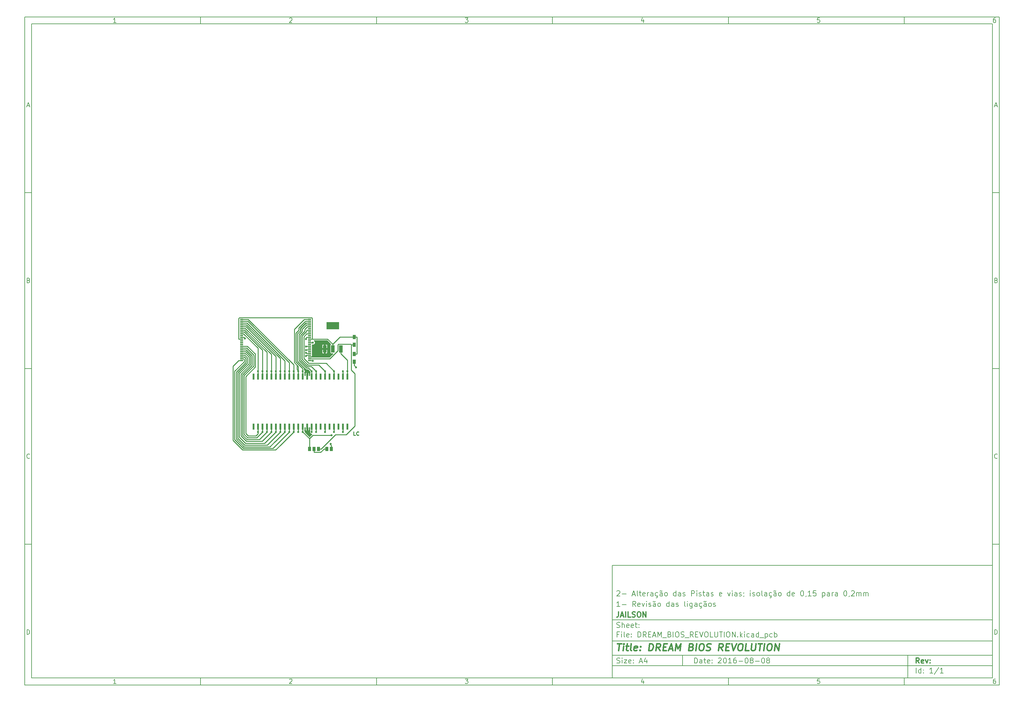
<source format=gbr>
G04 Output by CAMMaster V11.2.74  PentaLogix*
G04 Tue Aug 09 11:47:32 2016*
%FSLAX25Y25*%
%MOIN*%
%IPPOS*%
%ADD11C,0.005906*%
%ADD12C,0.011811*%
%ADD13C,0.015748*%
%ADD14C,0.009843*%
%ADD18R,0.035433X0.047244*%
%ADD19R,0.144X0.08*%
%ADD20R,0.04X0.08*%
%ADD21C,0.023622*%
%ADD22C,0.01*%
%ADD108R,0.038X0.05*%
%ADD109R,0.019685X0.070866*%
%ADD110R,0.035433X0.011811*%

%LPD*%
X0Y0D2*G36*G1X353228Y-499083D2*X352797D1*Y-501543*X352693Y-502054*X352430Y-502439*X352594Y-502604*X352969Y-503511*Y-503952*X358000Y-508983*X360515Y-506469*X360007Y-506468*X359100Y-506091*X358406Y-505396*X358031Y-504489*X358032Y-503507*X358409Y-502600*X358565Y-502444*X358293Y-502020*X358203Y-501543*Y-499083*X357772*Y-501799*X357576Y-502273*X357214Y-502635*X356740Y-502831*X356314*X355992Y-502509*Y-499083*X355008*Y-502509*X354686Y-502831*X354260*X353786Y-502635*X353424Y-502273*X353228Y-501799*Y-499083*G37*G36*G1X351796Y-432020D2*X352144Y-432541D1*X352280Y-433222*Y-434289*X352594Y-434604*X352969Y-435511*X352968Y-436493*X352591Y-437400*X352435Y-437556*X352707Y-437980*X352797Y-438457*Y-440917*X353228*Y-438201*X353424Y-437727*X353786Y-437365*X354260Y-437169*X354686*X355008Y-437491*Y-440917*X355992*Y-437491*X356314Y-437169*X356740*X357214Y-437365*X357576Y-437727*X357772Y-438201*Y-440917*X358203*Y-438457*X358307Y-437946*X358570Y-437561*X358406Y-437396*X358031Y-436489*Y-436196*X356144Y-434309*X354822*X354141Y-434174*X353564Y-433788*X351796Y-432020*G37*G36*G1X361004Y-412985D2*X361084Y-413409D1*Y-414591*X361004Y-414985*X361084Y-415409*Y-416591*X361004Y-416985*X361084Y-417409*Y-418591*X360999Y-419009*X361059Y-419153*Y-419383*X360737Y-419705*X360418*X360249Y-419813*X359772Y-419903*X357421*Y-420097*X359772*X360282Y-420200*X360312Y-420220*X361052*X361322Y-420274*X380096*X384058Y-416313*X382000*X381489Y-416209*X381059Y-415915*X380777Y-415477*X380687Y-415000*Y-407000*X380791Y-406489*X381085Y-406059*X381523Y-405777*X381538Y-405774*X377544Y-401780*X363016*X363349Y-401918*X364043Y-402613*X364418Y-403520*X364417Y-404502*X364040Y-405409*X363345Y-406103*X362438Y-406478*X361456Y-406477*X361084Y-406323*Y-406591*X361004Y-406985*X361084Y-407409*Y-408591*X361004Y-408985*X361084Y-409409*Y-410591*X361004Y-410985*X361084Y-411409*Y-412591*X361004Y-412985*G37*G36*G1X354941Y-382007D2*X354491D1*X354354Y-382098*X353908Y-382187*X347909Y-388187*Y-390080*X347773Y-390761*X347425Y-391282*X348032Y-390675*Y-389136*X348168Y-388455*X348554Y-387878*X353689Y-382742*X354267Y-382356*X354941Y-382222*Y-382007*G37*G36*G1X358579Y-381903D2*X357421D1*Y-382097*X358579*Y-381903*G37*
%LPC*%
X0Y0D2*G36*G1X375500Y-410500D2*Y-406034D1*X375822Y-405713*X377256*X377729Y-405909*X378091Y-406271*X378287Y-406744*Y-410178*X377966Y-410500*X375500*G37*G36*G1X375500Y-411500D2*X377966D1*X378287Y-411822*Y-415256*X378091Y-415729*X377729Y-416091*X377256Y-416287*X375822*X375500Y-415966*Y-411500*G37*G36*G1X374500Y-410500D2*X372034D1*X371713Y-410178*Y-406744*X371909Y-406271*X372271Y-405909*X372744Y-405713*X374178*X374500Y-406034*Y-410500*G37*G36*G1X374500Y-415966D2*X374178Y-416287D1*X372744*X372271Y-416091*X371909Y-415729*X371713Y-415256*Y-411822*X372034Y-411500*X374500*Y-415966*G37*
%LPD*%
X0Y0D2*D11*G1X345500Y-436000D2*X345254Y-435754D1*X344691Y-435189*X360500Y-442000D2*Y-436148D1*Y-436000*X355500D2*X354451D1*X354424*X300500Y-498000D2*Y-502824D1*Y-504000*X1027568Y-753965D2*Y-779556D1*X775599Y-753965D2*Y-765776D1*X983136Y-687739D2*Y-684646D1*X982855Y-684083*X982292Y-683802*X981448*X980886Y-684083*X980605Y-684646*Y-687739D2*Y-684646D1*X980324Y-684083*X979761Y-683802*X978918*X978355Y-684083*X978074Y-684365*Y-687739D2*Y-683802D1*X975262Y-687739D2*Y-684646D1*X974981Y-684083*X974418Y-683802*X973574*X973012Y-684083*X972731Y-684646*Y-687739D2*Y-684646D1*X972450Y-684083*X971887Y-683802*X971044*X970481Y-684083*X970200Y-684365*Y-687739D2*Y-683802D1*X967669Y-687739D2*X964013D1*X967388Y-684365*X967669Y-683521*Y-682959*X967388Y-682396*X967107Y-682115*X966544Y-681834*X965138*X964576Y-682115*X964294Y-682396*X961482Y-688583D2*X961763Y-688302D1*X962045Y-687739*Y-687458*X957264Y-681834D2*X956702Y-682115D1*X956420Y-682396*X956139Y-682959*X955858Y-684083*Y-685490*X956139Y-686614*X956420Y-687177*X956702Y-687458*X957264Y-687739*X957826*X958389Y-687458*X958670Y-687177*X958951Y-686614*X959233Y-685490*Y-684083*X958951Y-682959*X958670Y-682396*X958389Y-682115*X957826Y-681834*X957264*X948828Y-685208D2*X948265Y-685490D1*X946859*X946297Y-685771*X946015Y-686333*Y-686896*X946297Y-687458*X946859Y-687739*X948265*X948828Y-687458*X946297Y-684083D2*X946859Y-683802D1*X947984*X948546Y-684083*X948828Y-684646*Y-687739*X944328Y-683802D2*X943766D1*X943203Y-684083*X942922Y-684365*X942641Y-684927*Y-687739D2*Y-683802D1*X939829Y-685208D2*X939266Y-685490D1*X937860*X937298Y-685771*X937017Y-686333*Y-686896*X937298Y-687458*X937860Y-687739*X939266*X939829Y-687458*X937298Y-684083D2*X937860Y-683802D1*X938985*X939547Y-684083*X939829Y-684646*Y-687739*X931955Y-687458D2*X932517Y-687739D1*X933642*X934204Y-687458*X934486Y-687177*X934767Y-686614*Y-684927*X934486Y-684365*X934204Y-684083*X933642Y-683802*X932517*X931955Y-684083*Y-683802D2*Y-689708D1*X921550Y-687177D2*X921831Y-687458D1*X922393Y-687739*X923799*X924362Y-687458*X924643Y-687177*X924924Y-686614*Y-685208*X924643Y-684646*X924362Y-684365*X923799Y-684083*X922393*X921831Y-684365*X921550Y-684646*X921831Y-681834*X924643*X915925Y-683521D2*X916488Y-683240D1*X917050Y-682677*X917613Y-681834*Y-687739*X919300D2*X915925D1*X913113Y-688583D2*X913394Y-688302D1*X913676Y-687739*Y-687458*X908895Y-681834D2*X908333Y-682115D1*X908051Y-682396*X907770Y-682959*X907489Y-684083*Y-685490*X907770Y-686614*X908051Y-687177*X908333Y-687458*X908895Y-687739*X909457*X910020Y-687458*X910301Y-687177*X910582Y-686614*X910864Y-685490*Y-684083*X910582Y-682959*X910301Y-682396*X910020Y-682115*X909457Y-681834*X908895*X897928Y-685771D2*X900740Y-685208D1*Y-684646*X900459Y-684083*X899896Y-683802*X898771*X898209Y-684083*X897928Y-684646*Y-686896*X898209Y-687458*X898771Y-687739*X899896*X900459Y-687458*X895397Y-684083D2*X894834Y-683802D1*X893709*X893147Y-684083*X892866Y-684365*X892585Y-684927*Y-686614*X892866Y-687177*X893147Y-687458*X893709Y-687739*X894834*X895397Y-687458*Y-687739D2*Y-681834D1*X883867Y-687739D2*X884711D1*X885273Y-687458*X885554Y-687177*X885835Y-686614*Y-684927*X885554Y-684365*X885273Y-684083*X884711Y-683802*X883867*X883304Y-684083*X883023Y-684365*X882742Y-684927*Y-686614*X883023Y-687177*X883304Y-687458*X883867Y-687739*X880211Y-681834D2*X879930Y-682115D1*X879367Y-682396*X878243Y-681834*X877680Y-682115*X877399Y-682396*X880211Y-685208D2*X879649Y-685490D1*X878243*X877680Y-685771*X877399Y-686333*Y-686896*X877680Y-687458*X878243Y-687739*X879649*X880211Y-687458*X877680Y-684083D2*X878243Y-683802D1*X879367*X879930Y-684083*X880211Y-684646*Y-687739*X873181Y-689708D2*X874024D1*X874587Y-689427*X874868Y-688864*X874587Y-688302*X874024Y-688020*X875149Y-684083D2*X874587Y-683802D1*X873462*X872900Y-684083*X872618Y-684365*X872337Y-684927*Y-686614*X872618Y-687177*X872900Y-687458*X873462Y-687739*X874587*X875149Y-687458*X869806Y-685208D2*X869244Y-685490D1*X867838*X867275Y-685771*X866994Y-686333*Y-686896*X867275Y-687458*X867838Y-687739*X869244*X869806Y-687458*X867275Y-684083D2*X867838Y-683802D1*X868963*X869525Y-684083*X869806Y-684646*Y-687739*X864182Y-681834D2*Y-686896D1*X864463Y-687458*X865026Y-687739*X859682D2*X860526D1*X861089Y-687458*X861370Y-687177*X861651Y-686614*Y-684927*X861370Y-684365*X861089Y-684083*X860526Y-683802*X859682*X859120Y-684083*X858839Y-684365*X858558Y-684927*Y-686614*X858839Y-687177*X859120Y-687458*X859682Y-687739*X856027Y-684083D2*X855464Y-683802D1*X854621*X854058Y-684083*X853777Y-684646*Y-684927*X854058Y-685490*X854621Y-685771*X855464*X856027Y-686052*X856308Y-686614*Y-686896*X856027Y-687458*X855464Y-687739*X854339*X853777Y-687458*X851246Y-682396D2*Y-681834D1*X851527Y-682115*X851246Y-682396*X850965Y-682115*X851246Y-681834*Y-687739D2*Y-683802D1*X843934Y-684646D2*Y-684083D1*X843653Y-684365*X843934Y-684646*X844216Y-684365*X843934Y-684083*X843653Y-688583D2*X843934Y-688302D1*X844216Y-687739*Y-687458*X841122Y-684083D2*X840560Y-683802D1*X839716*X839154Y-684083*X838873Y-684646*Y-684927*X839154Y-685490*X839716Y-685771*X840560*X841122Y-686052*X841403Y-686614*Y-686896*X841122Y-687458*X840560Y-687739*X839435*X838873Y-687458*X836342Y-685208D2*X835779Y-685490D1*X834373*X833811Y-685771*X833529Y-686333*Y-686896*X833811Y-687458*X834373Y-687739*X835779*X836342Y-687458*X833811Y-684083D2*X834373Y-683802D1*X835498*X836060Y-684083*X836342Y-684646*Y-687739*X830999Y-682396D2*Y-681834D1*X831280Y-682115*X830999Y-682396*X830717Y-682115*X830999Y-681834*Y-687739D2*Y-683802D1*X828749D2*X827343Y-687739D1*X825937Y-683802*X816657Y-685771D2*X819469Y-685208D1*Y-684646*X819188Y-684083*X818625Y-683802*X817500*X816938Y-684083*X816657Y-684646*Y-686896*X816938Y-687458*X817500Y-687739*X818625*X819188Y-687458*X809626Y-684083D2*X809064Y-683802D1*X808220*X807658Y-684083*X807376Y-684646*Y-684927*X807658Y-685490*X808220Y-685771*X809064*X809626Y-686052*X809907Y-686614*Y-686896*X809626Y-687458*X809064Y-687739*X807939*X807376Y-687458*X804846Y-685208D2*X804283Y-685490D1*X802877*X802315Y-685771*X802033Y-686333*Y-686896*X802315Y-687458*X802877Y-687739*X804283*X804846Y-687458*X802315Y-684083D2*X802877Y-683802D1*X804002*X804564Y-684083*X804846Y-684646*Y-687739*X800346D2*X799784D1*X799221Y-687458*X798940Y-686896*Y-681834*X798096Y-683802D2*X800346D1*X796128Y-684083D2*X795565Y-683802D1*X794722*X794159Y-684083*X793878Y-684646*Y-684927*X794159Y-685490*X794722Y-685771*X795565*X796128Y-686052*X796409Y-686614*Y-686896*X796128Y-687458*X795565Y-687739*X794441*X793878Y-687458*X791347Y-682396D2*Y-681834D1*X791628Y-682115*X791347Y-682396*X791066Y-682115*X791347Y-681834*Y-687739D2*Y-683802D1*X785442Y-684927D2*X787691D1*X788254Y-684646*X788535Y-684365*X788816Y-683802*Y-682959*X788535Y-682396*X788254Y-682115*X787691Y-681834*X785442*Y-687739*X778130Y-684083D2*X777568Y-683802D1*X776724*X776162Y-684083*X775880Y-684646*Y-684927*X776162Y-685490*X776724Y-685771*X777568*X778130Y-686052*X778411Y-686614*Y-686896*X778130Y-687458*X777568Y-687739*X776443*X775880Y-687458*X773349Y-685208D2*X772787Y-685490D1*X771381*X770819Y-685771*X770537Y-686333*Y-686896*X770819Y-687458*X771381Y-687739*X772787*X773349Y-687458*X770819Y-684083D2*X771381Y-683802D1*X772506*X773068Y-684083*X773349Y-684646*Y-687739*X768006Y-684083D2*X767444Y-683802D1*X766319*X765757Y-684083*X765475Y-684365*X765194Y-684927*Y-686614*X765475Y-687177*X765757Y-687458*X766319Y-687739*X767444*X768006Y-687458*Y-687739D2*Y-681834D1*X756477Y-687739D2*X757320D1*X757883Y-687458*X758164Y-687177*X758445Y-686614*Y-684927*X758164Y-684365*X757883Y-684083*X757320Y-683802*X756477*X755914Y-684083*X755633Y-684365*X755352Y-684927*Y-686614*X755633Y-687177*X755914Y-687458*X756477Y-687739*X752821Y-681834D2*X752540Y-682115D1*X751977Y-682396*X750852Y-681834*X750290Y-682115*X750009Y-682396*X752821Y-685208D2*X752258Y-685490D1*X750852*X750290Y-685771*X750009Y-686333*Y-686896*X750290Y-687458*X750852Y-687739*X752258*X752821Y-687458*X750290Y-684083D2*X750852Y-683802D1*X751977*X752540Y-684083*X752821Y-684646*Y-687739*X745790Y-689708D2*X746634D1*X747196Y-689427*X747478Y-688864*X747196Y-688302*X746634Y-688020*X747759Y-684083D2*X747196Y-683802D1*X746072*X745509Y-684083*X745228Y-684365*X744947Y-684927*Y-686614*X745228Y-687177*X745509Y-687458*X746072Y-687739*X747196*X747759Y-687458*X742416Y-685208D2*X741853Y-685490D1*X740447*X739885Y-685771*X739604Y-686333*Y-686896*X739885Y-687458*X740447Y-687739*X741853*X742416Y-687458*X739885Y-684083D2*X740447Y-683802D1*X741572*X742135Y-684083*X742416Y-684646*Y-687739*X737916Y-683802D2*X737354D1*X736792Y-684083*X736510Y-684365*X736229Y-684927*Y-687739D2*Y-683802D1*X730886Y-685771D2*X733698Y-685208D1*Y-684646*X733417Y-684083*X732855Y-683802*X731730*X731167Y-684083*X730886Y-684646*Y-686896*X731167Y-687458*X731730Y-687739*X732855*X733417Y-687458*X729199Y-687739D2*X728636D1*X728074Y-687458*X727793Y-686896*Y-681834*X726949Y-683802D2*X729199D1*X724699Y-681834D2*Y-686896D1*X724981Y-687458*X725543Y-687739*X722731D2*X720762Y-681834D1*X718794Y-687739*X719356Y-686052D2*X722168D1*X707826Y-685490D2*X712326D1*X705296Y-687739D2*X701640D1*X705014Y-684365*X705296Y-683521*Y-682959*X705014Y-682396*X704733Y-682115*X704171Y-681834*X702765*X702202Y-682115*X701921Y-682396*X812157Y-695894D2*X811595Y-695613D1*X810751*X810189Y-695894*X809907Y-696457*Y-696738*X810189Y-697301*X810751Y-697582*X811595*X812157Y-697863*X812438Y-698425*Y-698707*X812157Y-699269*X811595Y-699550*X810470*X809907Y-699269*X805689Y-699550D2*X806533D1*X807095Y-699269*X807376Y-698988*X807658Y-698425*Y-696738*X807376Y-696176*X807095Y-695894*X806533Y-695613*X805689*X805127Y-695894*X804846Y-696176*X804564Y-696738*Y-698425*X804846Y-698988*X805127Y-699269*X805689Y-699550*X802033Y-693645D2*X801752Y-693926D1*X801190Y-694207*X800065Y-693645*X799502Y-693926*X799221Y-694207*X802033Y-697019D2*X801471Y-697301D1*X800065*X799502Y-697582*X799221Y-698144*Y-698707*X799502Y-699269*X800065Y-699550*X801471*X802033Y-699269*X799502Y-695894D2*X800065Y-695613D1*X801190*X801752Y-695894*X802033Y-696457*Y-699550*X795003Y-701519D2*X795847D1*X796409Y-701238*X796690Y-700675*X796409Y-700113*X795847Y-699831*X796972Y-695894D2*X796409Y-695613D1*X795284*X794722Y-695894*X794441Y-696176*X794159Y-696738*Y-698425*X794441Y-698988*X794722Y-699269*X795284Y-699550*X796409*X796972Y-699269*X791628Y-697019D2*X791066Y-697301D1*X789660*X789098Y-697582*X788816Y-698144*Y-698707*X789098Y-699269*X789660Y-699550*X791066*X791628Y-699269*X789098Y-695894D2*X789660Y-695613D1*X790785*X791347Y-695894*X791628Y-696457*Y-699550*X786285Y-695894D2*X785723Y-695613D1*X784598*X784036Y-695894*X783754Y-696176*X783473Y-696738*Y-698425*X783754Y-698988*X784036Y-699269*X784598Y-699550*X785723*X786285Y-699269*X783754Y-701238D2*X784317Y-701519D1*X785161*X785723Y-701238*X786004Y-700956*X786285Y-700394*Y-695613*X780942Y-694207D2*Y-693645D1*X781224Y-693926*X780942Y-694207*X780661Y-693926*X780942Y-693645*Y-699550D2*Y-695613D1*X777849Y-693645D2*Y-698707D1*X778130Y-699269*X778693Y-699550*X770537Y-695894D2*X769975Y-695613D1*X769131*X768569Y-695894*X768288Y-696457*Y-696738*X768569Y-697301*X769131Y-697582*X769975*X770537Y-697863*X770819Y-698425*Y-698707*X770537Y-699269*X769975Y-699550*X768850*X768288Y-699269*X765757Y-697019D2*X765194Y-697301D1*X763788*X763226Y-697582*X762945Y-698144*Y-698707*X763226Y-699269*X763788Y-699550*X765194*X765757Y-699269*X763226Y-695894D2*X763788Y-695613D1*X764913*X765475Y-695894*X765757Y-696457*Y-699550*X760414Y-695894D2*X759851Y-695613D1*X758726*X758164Y-695894*X757883Y-696176*X757601Y-696738*Y-698425*X757883Y-698988*X758164Y-699269*X758726Y-699550*X759851*X760414Y-699269*Y-699550D2*Y-693645D1*X748884Y-699550D2*X749727D1*X750290Y-699269*X750571Y-698988*X750852Y-698425*Y-696738*X750571Y-696176*X750290Y-695894*X749727Y-695613*X748884*X748321Y-695894*X748040Y-696176*X747759Y-696738*Y-698425*X748040Y-698988*X748321Y-699269*X748884Y-699550*X745228Y-693645D2*X744947Y-693926D1*X744384Y-694207*X743259Y-693645*X742697Y-693926*X742416Y-694207*X745228Y-697019D2*X744666Y-697301D1*X743259*X742697Y-697582*X742416Y-698144*Y-698707*X742697Y-699269*X743259Y-699550*X744666*X745228Y-699269*X742697Y-695894D2*X743259Y-695613D1*X744384*X744947Y-695894*X745228Y-696457*Y-699550*X739885Y-695894D2*X739322Y-695613D1*X738479*X737916Y-695894*X737635Y-696457*Y-696738*X737916Y-697301*X738479Y-697582*X739322*X739885Y-697863*X740166Y-698425*Y-698707*X739885Y-699269*X739322Y-699550*X738198*X737635Y-699269*X735104Y-694207D2*Y-693645D1*X735385Y-693926*X735104Y-694207*X734823Y-693926*X735104Y-693645*Y-699550D2*Y-695613D1*X732855D2*X731448Y-699550D1*X730042Y-695613*X725262Y-697582D2*X728074Y-697019D1*Y-696457*X727793Y-695894*X727230Y-695613*X726105*X725543Y-695894*X725262Y-696457*Y-698707*X725543Y-699269*X726105Y-699550*X727230*X727793Y-699269*X719637Y-696738D2*X721887D1*X722450Y-696457*X722731Y-696176*X723012Y-695613*Y-694770*X722731Y-694207*X722450Y-693926*X721887Y-693645*X719637*Y-699550*X723012D2*X721044Y-696738D1*X707826Y-697301D2*X712326D1*X701921Y-695332D2*X702483Y-695051D1*X703046Y-694488*X703608Y-693645*Y-699550*X705296D2*X701921D1*X726668Y-720079D2*Y-719517D1*X726387Y-719798*X726668Y-720079*X726949Y-719798*X726668Y-719517*Y-723172D2*Y-722610D1*X726387Y-722891*X726668Y-723172*X726949Y-722891*X726668Y-722610*X724699Y-723172D2*X724137D1*X723574Y-722891*X723293Y-722329*Y-717267*X722450Y-719235D2*X724699D1*X717950Y-721204D2*X720762Y-720641D1*Y-720079*X720481Y-719517*X719919Y-719235*X718794*X718231Y-719517*X717950Y-720079*Y-722329*X718231Y-722891*X718794Y-723172*X719919*X720481Y-722891*X712888Y-721204D2*X715700Y-720641D1*Y-720079*X715419Y-719517*X714857Y-719235*X713732*X713170Y-719517*X712888Y-720079*Y-722329*X713170Y-722891*X713732Y-723172*X714857*X715419Y-722891*X707826Y-719798D2*X708108Y-719517D1*X708670Y-719235*X709514*X710076Y-719517*X710357Y-720079*Y-723172*X707826D2*Y-717267D1*X705296Y-717548D2*X704452Y-717267D1*X703046*X702483Y-717548*X702202Y-717829*X701921Y-718392*Y-718954*X702202Y-719517*X702483Y-719798*X703046Y-720079*X704171Y-720360*X704733Y-720641*X705014Y-720923*X705296Y-721485*Y-722047*X705014Y-722610*X704733Y-722891*X704171Y-723172*X702765*X701921Y-722891*X696859Y-714595D2*X1122056D1*X878243Y-733521D2*X878805Y-733802D1*X879930*X880492Y-733521*X880774Y-733240*X881055Y-732677*Y-730990*X880774Y-730428*X880492Y-730146*X879930Y-729865*X878805*X878243Y-730146*Y-733802D2*Y-727897D1*X875712Y-730146D2*X875149Y-729865D1*X874024*X873462Y-730146*X873181Y-730428*X872900Y-730990*Y-732677*X873181Y-733240*X873462Y-733521*X874024Y-733802*X875149*X875712Y-733521*X867838D2*X868400Y-733802D1*X869525*X870087Y-733521*X870369Y-733240*X870650Y-732677*Y-730990*X870369Y-730428*X870087Y-730146*X869525Y-729865*X868400*X867838Y-730146*Y-729865D2*Y-735771D1*X861932Y-734365D2*X866432D1*X860526Y-730146D2*X859964Y-729865D1*X858839*X858276Y-730146*X857995Y-730428*X857714Y-730990*Y-732677*X857995Y-733240*X858276Y-733521*X858839Y-733802*X859964*X860526Y-733521*Y-733802D2*Y-727897D1*X855183Y-731271D2*X854621Y-731553D1*X853215*X852652Y-731834*X852371Y-732396*Y-732959*X852652Y-733521*X853215Y-733802*X854621*X855183Y-733521*X852652Y-730146D2*X853215Y-729865D1*X854339*X854902Y-730146*X855183Y-730709*Y-733802*X850121Y-730146D2*X849559Y-729865D1*X848434*X847871Y-730146*X847590Y-730428*X847309Y-730990*Y-732677*X847590Y-733240*X847871Y-733521*X848434Y-733802*X849559*X850121Y-733521*X844778Y-728459D2*Y-727897D1*X845059Y-728178*X844778Y-728459*X844497Y-728178*X844778Y-727897*Y-733802D2*Y-729865D1*X842247D2*X839997Y-732115D1*X840560Y-731553D2*X842247Y-733802D1*X839997D2*Y-727897D1*X837185Y-733802D2*Y-733240D1*X836904Y-733521*X837185Y-733802*X837466Y-733521*X837185Y-733240*X834373Y-727897D2*Y-733802D1*X830999Y-727897*Y-733802*X825937Y-727897D2*X825374Y-728178D1*X824812Y-728740*X824531Y-729865*Y-731834*X824812Y-732959*X825374Y-733521*X825937Y-733802*X827062*X827624Y-733521*X828186Y-732959*X828468Y-731834*Y-729865*X828186Y-728740*X827624Y-728178*X827062Y-727897*X825937*X822000Y-733802D2*Y-727897D1*X818344Y-733802D2*Y-727897D1*X816657D2*X820031D1*X814688D2*Y-732677D1*X814407Y-733240*X814126Y-733521*X813563Y-733802*X812438*X811876Y-733521*X811595Y-733240*X811314Y-732677*Y-727897*X806533D2*Y-733802D1*X809345*X801471Y-727897D2*X800909Y-728178D1*X800346Y-728740*X800065Y-729865*Y-731834*X800346Y-732959*X800909Y-733521*X801471Y-733802*X802596*X803158Y-733521*X803721Y-732959*X804002Y-731834*Y-729865*X803721Y-728740*X803158Y-728178*X802596Y-727897*X801471*X798378D2*X796409Y-733802D1*X794441Y-727897*X792753D2*X789941D1*Y-733802*X792753*X789941Y-730709D2*X791910D1*X784036Y-730990D2*X786285D1*X786848Y-730709*X787129Y-730428*X787410Y-729865*Y-729022*X787129Y-728459*X786848Y-728178*X786285Y-727897*X784036*Y-733802*X787410D2*X785442Y-730990D1*X778130Y-734365D2*X782630D1*X777005Y-728178D2*X776162Y-727897D1*X774756*X774193Y-728178*X773912Y-728459*X773631Y-729022*Y-729584*X773912Y-730146*X774193Y-730428*X774756Y-730709*X775880Y-730990*X776443Y-731271*X776724Y-731553*X777005Y-732115*Y-732677*X776724Y-733240*X776443Y-733521*X775880Y-733802*X774474*X773631Y-733521*X768850Y-727897D2*X768288Y-728178D1*X767725Y-728740*X767444Y-729865*Y-731834*X767725Y-732959*X768288Y-733521*X768850Y-733802*X769975*X770537Y-733521*X771100Y-732959*X771381Y-731834*Y-729865*X771100Y-728740*X770537Y-728178*X769975Y-727897*X768850*X764913Y-733802D2*Y-727897D1*X759008Y-730709D2*X760976D1*X761538Y-730428*X761820Y-730146*X762101Y-729584*Y-729022*X761820Y-728459*X761538Y-728178*X760976Y-727897*X759008*Y-733802*X761257*X761820Y-733521*X762101Y-733240*X762382Y-732677*Y-731834*X762101Y-731271*X761820Y-730990*X760976Y-730709*X753102Y-734365D2*X757601D1*X751696Y-733802D2*Y-727897D1*X749727Y-732115*X747759Y-727897*Y-733802*X745790D2*X743822Y-727897D1*X741853Y-733802*X742416Y-732115D2*X745228D1*X740166Y-727897D2*X737354D1*Y-733802*X740166*X737354Y-730709D2*X739322D1*X731448Y-730990D2*X733698D1*X734261Y-730709*X734542Y-730428*X734823Y-729865*Y-729022*X734542Y-728459*X734261Y-728178*X733698Y-727897*X731448*Y-733802*X734823D2*X732855Y-730990D1*X725543Y-733802D2*X726949D1*X727793Y-733521*X728355Y-732959*X728636Y-732396*X728918Y-731271*Y-730428*X728636Y-729303*X728355Y-728740*X727793Y-728178*X726949Y-727897*X725543*Y-733802*X718231Y-730709D2*Y-730146D1*X717950Y-730428*X718231Y-730709*X718513Y-730428*X718231Y-730146*Y-733802D2*Y-733240D1*X717950Y-733521*X718231Y-733802*X718513Y-733521*X718231Y-733240*X712888Y-731834D2*X715700Y-731271D1*Y-730709*X715419Y-730146*X714857Y-729865*X713732*X713170Y-730146*X712888Y-730709*Y-732959*X713170Y-733521*X713732Y-733802*X714857*X715419Y-733521*X710076Y-727897D2*Y-732959D1*X710357Y-733521*X710920Y-733802*X707264Y-728459D2*Y-727897D1*X707545Y-728178*X707264Y-728459*X706983Y-728178*X707264Y-727897*Y-733802D2*Y-729865D1*X705014Y-727897D2*X702202D1*Y-733802*X704171Y-730709D2*X702202D1*X696859Y-738217D2*X1122056D1*X1063844Y-769741D2*X1064407Y-769460D1*X1064969Y-768898*X1065532Y-768054*Y-773960*X1067219D2*X1063844D1*X1062157Y-767773D2*X1057095Y-775366D1*X1052033Y-769741D2*X1052596Y-769460D1*X1053158Y-768898*X1053721Y-768054*Y-773960*X1055408D2*X1052033D1*X1045003Y-770866D2*Y-770304D1*X1044722Y-770585*X1045003Y-770866*X1045284Y-770585*X1045003Y-770304*Y-773960D2*Y-773397D1*X1044722Y-773679*X1045003Y-773960*X1045284Y-773679*X1045003Y-773397*X1042191Y-770304D2*X1041628Y-770023D1*X1040504*X1039941Y-770304*X1039660Y-770585*X1039379Y-771148*Y-772835*X1039660Y-773397*X1039941Y-773679*X1040504Y-773960*X1041628*X1042191Y-773679*Y-773960D2*Y-768054D1*X1036848Y-773960D2*Y-768054D1*X736229Y-760968D2*X732573D1*X733979Y-756749*X735385Y-758999D2*Y-762936D1*X730886D2*X728918Y-757031D1*X726949Y-762936*X727511Y-761249D2*X730324D1*X720481Y-759843D2*Y-759280D1*X720200Y-759562*X720481Y-759843*X720762Y-759562*X720481Y-759280*Y-762936D2*Y-762374D1*X720200Y-762655*X720481Y-762936*X720762Y-762655*X720481Y-762374*X715138Y-760968D2*X717950Y-760405D1*Y-759843*X717669Y-759280*X717107Y-758999*X715982*X715419Y-759280*X715138Y-759843*Y-762092*X715419Y-762655*X715982Y-762936*X717107*X717669Y-762655*X713170Y-762936D2*X710076D1*X713170Y-758999*X710076*X707826Y-757593D2*Y-757031D1*X708108Y-757312*X707826Y-757593*X707545Y-757312*X707826Y-757031*Y-762936D2*Y-758999D1*X705296Y-757312D2*X704452Y-757031D1*X703046*X702483Y-757312*X702202Y-757593*X701921Y-758155*Y-758718*X702202Y-759280*X702483Y-759562*X703046Y-759843*X704171Y-760124*X704733Y-760405*X705014Y-760686*X705296Y-761249*Y-761811*X705014Y-762374*X704733Y-762655*X704171Y-762936*X702765*X701921Y-762655*X696859Y-753965D2*X1122056D1*X696859Y-765776D2*X1122056D1*X871775Y-759562D2*X872337Y-759843D1*X872618Y-760124*X872900Y-760686*Y-761811*X872618Y-762374*X872337Y-762655*X871775Y-762936*X870650*X870087Y-762655*X869806Y-762374*X869525Y-761811*Y-760686*X869806Y-760124*X870087Y-759843*X870650Y-759562*X871775*X872337Y-759280*X872618Y-758999*X872900Y-758437*Y-758155*X872618Y-757593*X872337Y-757312*X871775Y-757031*X870650*X870087Y-757312*X869806Y-757593*X869525Y-758155*Y-758437*X869806Y-758999*X870087Y-759280*X870650Y-759562*X865307Y-757031D2*X864744Y-757312D1*X864463Y-757593*X864182Y-758155*X863901Y-759280*Y-760686*X864182Y-761811*X864463Y-762374*X864744Y-762655*X865307Y-762936*X865869*X866432Y-762655*X866713Y-762374*X866994Y-761811*X867275Y-760686*Y-759280*X866994Y-758155*X866713Y-757593*X866432Y-757312*X865869Y-757031*X865307*X856870Y-760686D2*X861370D1*X853214Y-759562D2*X853777Y-759843D1*X854058Y-760124*X854339Y-760686*Y-761811*X854058Y-762374*X853777Y-762655*X853214Y-762936*X852090*X851527Y-762655*X851246Y-762374*X850965Y-761811*Y-760686*X851246Y-760124*X851527Y-759843*X852090Y-759562*X853214*X853777Y-759280*X854058Y-758999*X854339Y-758437*Y-758155*X854058Y-757593*X853777Y-757312*X853214Y-757031*X852090*X851527Y-757312*X851246Y-757593*X850965Y-758155*Y-758437*X851246Y-758999*X851527Y-759280*X852090Y-759562*X846747Y-757031D2*X846184Y-757312D1*X845903Y-757593*X845622Y-758155*X845340Y-759280*Y-760686*X845622Y-761811*X845903Y-762374*X846184Y-762655*X846747Y-762936*X847309*X847871Y-762655*X848153Y-762374*X848434Y-761811*X848715Y-760686*Y-759280*X848434Y-758155*X848153Y-757593*X847871Y-757312*X847309Y-757031*X846747*X838310Y-760686D2*X842810D1*X832405Y-760405D2*X832686Y-759843D1*X832967Y-759562*X833529Y-759280*X834654*X835217Y-759562*X835498Y-759843*X835779Y-760405*Y-761811*X835498Y-762374*X835217Y-762655*X834654Y-762936*X833529*X832967Y-762655*X832686Y-762374*X832405Y-761811*Y-759562*X832686Y-758437*X833248Y-757593*X833529Y-757312*X834092Y-757031*X835217*X826780Y-758718D2*X827343Y-758437D1*X827905Y-757874*X828468Y-757031*Y-762936*X830155D2*X826780D1*X822562Y-757031D2*X822000Y-757312D1*X821718Y-757593*X821437Y-758155*X821156Y-759280*Y-760686*X821437Y-761811*X821718Y-762374*X822000Y-762655*X822562Y-762936*X823125*X823687Y-762655*X823968Y-762374*X824249Y-761811*X824531Y-760686*Y-759280*X824249Y-758155*X823968Y-757593*X823687Y-757312*X823125Y-757031*X822562*X818906Y-762936D2*X815251D1*X818625Y-759562*X818906Y-758718*Y-758155*X818625Y-757593*X818344Y-757312*X817781Y-757031*X816375*X815813Y-757312*X815532Y-757593*X808501Y-759843D2*Y-759280D1*X808220Y-759562*X808501Y-759843*X808783Y-759562*X808501Y-759280*Y-762936D2*Y-762374D1*X808220Y-762655*X808501Y-762936*X808783Y-762655*X808501Y-762374*X803158Y-760968D2*X805970Y-760405D1*Y-759843*X805689Y-759280*X805127Y-758999*X804002*X803439Y-759280*X803158Y-759843*Y-762092*X803439Y-762655*X804002Y-762936*X805127*X805689Y-762655*X801471Y-762936D2*X800909D1*X800346Y-762655*X800065Y-762092*Y-757031*X799221Y-758999D2*X801471D1*X797253Y-760405D2*X796690Y-760686D1*X795284*X794722Y-760968*X794441Y-761530*Y-762092*X794722Y-762655*X795284Y-762936*X796690*X797253Y-762655*X794722Y-759280D2*X795284Y-758999D1*X796409*X796972Y-759280*X797253Y-759843*Y-762936*X788816D2*X790222D1*X791066Y-762655*X791628Y-762092*X791910Y-761530*X792191Y-760405*Y-759562*X791910Y-758437*X791628Y-757874*X791066Y-757312*X790222Y-757031*X788816*Y-762936*X1124652Y-730662D2*X1125871D1*X1126602Y-730418*X1127090Y-729931*X1127333Y-729443*X1127577Y-728468*Y-727737*X1127333Y-726762*X1127090Y-726275*X1126602Y-725787*X1125871Y-725544*X1124652*Y-730662*X1127577Y-529181D2*X1127333Y-528937D1*X1126602Y-528693*X1126115*X1125384Y-528937*X1124896Y-529424*X1124652Y-529912*X1124409Y-530887*Y-531618*X1124652Y-532593*X1124896Y-533080*X1125384Y-533568*X1126115Y-533811*X1126602*X1127333Y-533568*X1127577Y-533324*X1124652Y-334280D2*X1126359D1*X1126846Y-334036*X1127090Y-333793*X1127333Y-333305*Y-332818*X1127090Y-332330*X1126846Y-332087*X1126359Y-331843*X1124652*Y-336961*X1126602*X1127090Y-336717*X1127333Y-336474*X1127577Y-335986*Y-335255*X1127333Y-334768*X1127090Y-334524*X1126359Y-334280*X1127699Y-140111D2*X1125993Y-134993D1*X1124287Y-140111*X1124774Y-138648D2*X1127211D1*X1129930Y-629921D2*X1122056D1*X1129930Y-433071D2*X1122056D1*X1129930Y-236220D2*X1122056D1*X41967Y-730662D2*X43185D1*X43916Y-730418*X44404Y-729931*X44648Y-729443*X44891Y-728468*Y-727737*X44648Y-726762*X44404Y-726275*X43916Y-725787*X43185Y-725544*X41967*Y-730662*X44891Y-529181D2*X44648Y-528937D1*X43916Y-528693*X43429*X42698Y-528937*X42210Y-529424*X41967Y-529912*X41723Y-530887*Y-531618*X41967Y-532593*X42210Y-533080*X42698Y-533568*X43429Y-533811*X43916*X44648Y-533568*X44891Y-533324*X41967Y-334280D2*X43673D1*X44160Y-334036*X44404Y-333793*X44648Y-333305*Y-332818*X44404Y-332330*X44160Y-332087*X43673Y-331843*X41967*Y-336961*X43916*X44404Y-336717*X44648Y-336474*X44891Y-335986*Y-335255*X44648Y-334768*X44404Y-334524*X43673Y-334280*X45013Y-140111D2*X43307Y-134993D1*X41601Y-140111*X42089Y-138648D2*X44526D1*X39370Y-629921D2*X47244D1*X39370Y-433071D2*X47244D1*X39370Y-236220D2*X47244D1*X1123022Y-783615D2*X1123266Y-783127D1*X1123510Y-782884*X1123997Y-782640*X1124972*X1125459Y-782884*X1125703Y-783127*X1125947Y-783615*Y-784833*X1125703Y-785321*X1125459Y-785565*X1124972Y-785808*X1123997*X1123510Y-785565*X1123266Y-785321*X1123022Y-784833*Y-782884*X1123266Y-781909*X1123753Y-781178*X1123997Y-780934*X1124484Y-780690*X1125459*X926172Y-785321D2*X926415Y-785565D1*X926903Y-785808*X928121*X928609Y-785565*X928853Y-785321*X929096Y-784833*Y-783615*X928853Y-783127*X928609Y-782884*X928121Y-782640*X926903*X926415Y-782884*X926172Y-783127*X926415Y-780690*X928853*X732490Y-784102D2*X729321D1*X730540Y-780446*X731759Y-782396D2*Y-785808D1*X532227Y-785321D2*X532471Y-785565D1*X532958Y-785808*X534421*X534908Y-785565*X535152Y-785321*X535396Y-784833*Y-783615*X535152Y-783127*X534908Y-782884*X534421Y-782640*X533690*X535396Y-780690*X532227*X338545Y-785808D2*X335377D1*X338301Y-782884*X338545Y-782152*Y-781665*X338301Y-781178*X338058Y-780934*X337570Y-780690*X336352*X335864Y-780934*X335621Y-781178*X138770Y-782152D2*X139258Y-781909D1*X139745Y-781421*X140232Y-780690*Y-785808*X141695D2*X138770D1*X1023622Y-779556D2*Y-787430D1*X826772Y-779556D2*Y-787430D1*X629921Y-779556D2*Y-787430D1*X433071Y-779556D2*Y-787430D1*X236220Y-779556D2*Y-787430D1*X1123022Y-43429D2*X1123266Y-42941D1*X1123510Y-42698*X1123997Y-42454*X1124972*X1125459Y-42698*X1125703Y-42941*X1125947Y-43429*Y-44648*X1125703Y-45135*X1125459Y-45379*X1124972Y-45622*X1123997*X1123510Y-45379*X1123266Y-45135*X1123022Y-44648*Y-42698*X1123266Y-41723*X1123753Y-40992*X1123997Y-40748*X1124484Y-40504*X1125459*X926172Y-45135D2*X926415Y-45379D1*X926903Y-45622*X928121*X928609Y-45379*X928853Y-45135*X929096Y-44648*Y-43429*X928853Y-42941*X928609Y-42698*X928121Y-42454*X926903*X926415Y-42698*X926172Y-42941*X926415Y-40504*X928853*X732490Y-43916D2*X729321D1*X730540Y-40261*X731759Y-42210D2*Y-45622D1*X532227Y-45135D2*X532471Y-45379D1*X532958Y-45622*X534421*X534908Y-45379*X535152Y-45135*X535396Y-44648*Y-43429*X535152Y-42941*X534908Y-42698*X534421Y-42454*X533690*X535396Y-40504*X532227*X338545Y-45622D2*X335377D1*X338301Y-42698*X338545Y-41967*Y-41479*X338301Y-40992*X338058Y-40748*X337570Y-40504*X336352*X335864Y-40748*X335621Y-40992*X138770Y-41967D2*X139258Y-41723D1*X139745Y-41235*X140232Y-40504*Y-45622*X141695D2*X138770D1*X1023622Y-47244D2*Y-39370D1*X826772Y-47244D2*Y-39370D1*X629921Y-47244D2*Y-39370D1*X433071Y-47244D2*Y-39370D1*X236220Y-47244D2*Y-39370D1*X47244Y-47244D2*X1122056D1*Y-779556*X47244*Y-47244*X39370Y-39370D2*X1129930D1*Y-787430*X39370*Y-39370*X696859Y-653572D2*X1122056D1*Y-779556*X696859*Y-653572*D12*X734542Y-705456D2*Y-711361D1*X731167Y-705456*Y-711361*X726105Y-705456D2*X725543Y-705737D1*X724981Y-706299*X724699Y-707424*Y-709393*X724981Y-710518*X725543Y-711080*X726105Y-711361*X727230*X727793Y-711080*X728355Y-710518*X728636Y-709393*Y-707424*X728355Y-706299*X727793Y-705737*X727230Y-705456*X726105*X722450Y-705737D2*X721606Y-705456D1*X720200*X719637Y-705737*X719356Y-706018*X719075Y-706581*Y-707143*X719356Y-707706*X719637Y-707987*X720200Y-708268*X721325Y-708549*X721887Y-708830*X722168Y-709112*X722450Y-709674*Y-710236*X722168Y-710799*X721887Y-711080*X721325Y-711361*X719919*X719075Y-711080*X714576Y-705456D2*Y-711361D1*X717388*X711763D2*Y-705456D1*X709795Y-711361D2*X707826Y-705456D1*X705858Y-711361*X706420Y-709674D2*X709233D1*X701640Y-711361D2*X702202D1*X703046Y-711080*X703608Y-710518*X703889Y-709674*Y-705456*X1052315Y-759843D2*Y-759280D1*X1052033Y-759562*X1052315Y-759843*X1052596Y-759562*X1052315Y-759280*Y-762936D2*Y-762374D1*X1052033Y-762655*X1052315Y-762936*X1052596Y-762655*X1052315Y-762374*X1050065Y-758999D2*X1048659Y-762936D1*X1047253Y-758999*X1042472Y-760968D2*X1045284Y-760405D1*Y-759843*X1045003Y-759280*X1044441Y-758999*X1043316*X1042753Y-759280*X1042472Y-759843*Y-762092*X1042753Y-762655*X1043316Y-762936*X1044441*X1045003Y-762655*X1036848Y-760124D2*X1039098D1*X1039660Y-759843*X1039941Y-759562*X1040222Y-758999*Y-758155*X1039941Y-757593*X1039660Y-757312*X1039098Y-757031*X1036848*Y-762936*X1040222D2*X1038254Y-760124D1*D13*X883679Y-740992D2*X882695Y-748866D1*X879180Y-740992*X878196Y-748866*X872431Y-740992D2*X871634Y-741367D1*X870790Y-742117*X870228Y-743617*X869900Y-746241*X870087Y-747741*X870744Y-748491*X871447Y-748866*X872946*X873743Y-748491*X874587Y-747741*X875149Y-746241*X875477Y-743617*X875290Y-742117*X874634Y-741367*X873931Y-740992*X872431*X866197Y-748866D2*X867182Y-740992D1*X861323Y-748866D2*X862307Y-740992D1*X860057D2*X864557D1*X857433D2*X856636Y-747366D1*X856167Y-748116*X855745Y-748491*X854949Y-748866*X853449*X852746Y-748491*X852418Y-748116*X852137Y-747366*X852933Y-740992*X846559D2*X845575Y-748866D1*X849324*X839810Y-740992D2*X839013Y-741367D1*X838170Y-742117*X837607Y-743617*X837279Y-746241*X837466Y-747741*X838123Y-748491*X838826Y-748866*X840326*X841122Y-748491*X841966Y-747741*X842528Y-746241*X842856Y-743617*X842669Y-742117*X842013Y-741367*X841310Y-740992*X839810*X835685D2*X832077Y-748866D1*X830436Y-740992*X828186D2*X824437D1*X823453Y-748866*X827202*X823968Y-744741D2*X826593D1*X816047Y-745116D2*X819047D1*X819844Y-744741*X820266Y-744367*X820734Y-743617*X820875Y-742492*X820594Y-741742*X820266Y-741367*X819562Y-740992*X816563*X815579Y-748866*X820078D2*X817922Y-745116D1*X807142Y-741367D2*X806064Y-740992D1*X804189*X803393Y-741367*X802971Y-741742*X802502Y-742492*X802408Y-743242*X802690Y-743992*X803018Y-744367*X803721Y-744741*X805174Y-745116*X805877Y-745491*X806205Y-745866*X806486Y-746616*X806392Y-747366*X805924Y-748116*X805502Y-748491*X804705Y-748866*X802830*X801752Y-748491*X796315Y-740992D2*X795519Y-741367D1*X794675Y-742117*X794113Y-743617*X793784Y-746241*X793972Y-747741*X794628Y-748491*X795331Y-748866*X796831*X797628Y-748491*X798471Y-747741*X799034Y-746241*X799362Y-743617*X799174Y-742117*X798518Y-741367*X797815Y-740992*X796315*X790082Y-748866D2*X791066Y-740992D1*X782723Y-744741D2*X785348D1*X786145Y-744367*X786567Y-743992*X787035Y-743242*X787129Y-742492*X786848Y-741742*X786520Y-741367*X785817Y-740992*X783192*X782208Y-748866*X785207*X786004Y-748491*X786426Y-748116*X786895Y-747366*X787035Y-746241*X786754Y-745491*X786426Y-745116*X785348Y-744741*X772459Y-748866D2*X773443Y-740992D1*X770116Y-746616*X768194Y-740992*X767210Y-748866*X764585D2*X762945Y-740992D1*X759336Y-748866*X760367Y-746616D2*X764116D1*X758070Y-740992D2*X754321D1*X753336Y-748866*X757086*X753852Y-744741D2*X756477D1*X745931Y-745116D2*X748931D1*X749727Y-744741*X750149Y-744367*X750618Y-743617*X750759Y-742492*X750477Y-741742*X750149Y-741367*X749446Y-740992*X746447*X745462Y-748866*X749962D2*X747806Y-745116D1*X737588Y-748866D2*X739463D1*X740635Y-748491*X741478Y-747741*X741947Y-746991*X742510Y-745491*X742650Y-744367*X742463Y-742867*X742182Y-742117*X741525Y-741367*X740447Y-740992*X738573*X737588Y-748866*X728355Y-744741D2*X728449Y-743992D1*X728027Y-744367*X728355Y-744741*X728777Y-744367*X728449Y-743992*X727840Y-748866D2*X727933Y-748116D1*X727511Y-748491*X727840Y-748866*X728261Y-748491*X727933Y-748116*X721044Y-746241D2*X724887Y-745491D1*X724981Y-744741*X724699Y-743992*X723996Y-743617*X722496*X721700Y-743992*X721231Y-744741*X720856Y-747741*X721137Y-748491*X721840Y-748866*X723340*X724137Y-748491*X717950Y-740992D2*X717107Y-747741D1*X717388Y-748491*X718091Y-748866*X714341D2*X713591D1*X712888Y-748491*X712607Y-747741*X713451Y-740992*X711998Y-743617D2*X714997D1*X709607Y-741742D2*X709701Y-740992D1*X710029Y-741367*X709607Y-741742*X709279Y-741367*X709701Y-740992*X708717Y-748866D2*X709373Y-743617D1*X703843Y-748866D2*X704827Y-740992D1*X702577D2*X707077D1*D14*X393000Y-411000D2*Y-416281D1*X400500Y-436000D2*Y-423781D1*X393000Y-416281*X400500Y-436000D2*Y-442000D1*X404948Y-406331D2*Y-434899D1*X408832Y-438783*Y-497481*X399096Y-507217*X386964*X371181Y-523000*X361052Y-422000D2*X361106Y-422054D1*X380833*X389719Y-413168*Y-406470*X390469Y-405719*X404336*X404948Y-406331*X368000Y-523000D2*X371181D1*X358000Y-422000D2*X361052D1*X408000Y-406331D2*X404948D1*X377500Y-523000D2*X374319D1*X363000D2*Y-526781D1*X370539*X374319Y-523000*X300500Y-436000D2*Y-410273D1*X284227Y-394000*X282000*X300500Y-436000D2*Y-442000D1*X305500Y-436000D2*Y-412448D1*X285052Y-392000*X282000*X305500Y-436000D2*Y-442000D1*X310500Y-436000D2*Y-414892D1*X285608Y-390000*X282000*X310500Y-436000D2*Y-442000D1*X315500Y-436000D2*Y-417215D1*X286285Y-388000*X282000*X315500Y-436000D2*Y-442000D1*X320500Y-436000D2*Y-419422D1*X287078Y-386000*X282000*X320500Y-436000D2*Y-442000D1*X325500Y-436000D2*Y-421881D1*X287619Y-384000*X282000*X325500Y-436000D2*Y-442000D1*X330500Y-436000D2*Y-424352D1*X288148Y-382000*X282000*X330500Y-436000D2*Y-442000D1*X335500Y-436000D2*Y-426434D1*X289066Y-380000*X282000*X335500Y-436000D2*Y-442000D1*X340500Y-436000D2*Y-428927D1*X289573Y-378000*X282000*X340500Y-436000D2*Y-442000D1*X345254Y-435267D2*X344173Y-434186D1*Y-429402*X340996Y-426226*X345254Y-435267D2*Y-435754D1*X340996Y-426226D2*Y-392705D1*X341000Y-392702*X340996Y-426226D2*X345500Y-430730D1*Y-436000*X352000Y-378000D2*X341000Y-389000D1*Y-392702*X358000Y-378000D2*X352000D1*X345500Y-436000D2*Y-442000D1*X358000Y-380000D2*X355773D1*X355546Y-380227*X353900*X353673Y-380454*X353124*X346129Y-387450*Y-390080*X342769Y-393440*Y-425491*X350500Y-433222*Y-436000*Y-442000*X354948Y-384000D2*X349812Y-389136D1*Y-391412*X346315Y-394909*Y-424022*X354822Y-432530*X356881*X360500Y-436148*X358000Y-384000D2*X354948D1*X360500Y-436000D2*Y-442000D1*X358000Y-386000D2*X355773D1*X352737Y-389036*Y-390994*X348088Y-395644*Y-423287*X355557Y-430757*X360257*X365500Y-436000*Y-442000*X354948Y-390000D2*Y-391492D1*X349861Y-396579*Y-422553*X356292Y-428984*X368484*X375500Y-436000*X358000Y-390000D2*X354948D1*X375500Y-436000D2*Y-442000D1*X358000Y-394000D2*X354948D1*X385500Y-436000D2*X376711Y-427211D1*X357026*X351633Y-421818*Y-397314*X354948Y-394000*X385500Y-436000D2*Y-442000D1*X354948Y-398000D2*X354177Y-398770D1*Y-400107*X358000Y-398000D2*X354948D1*X395500Y-436000D2*Y-442000D1*X361949Y-404009D2*X361061D1*X361052Y-404000*X358000*X395500Y-504000D2*Y-498000D1*X354169Y-408385D2*X354554Y-408000D1*X358000*X385500Y-504000D2*Y-498000D1*X358000Y-412000D2*X354553D1*X354202Y-412351*X375500Y-504000D2*Y-498000D1*X358000Y-416000D2*X354612D1*X354132Y-415520*X365500Y-504000D2*Y-498000D1*X354948Y-418000D2*Y-418131D1*X354123Y-418956*X358000Y-418000D2*X354948D1*X360500Y-504000D2*Y-498000D1*X354948Y-382000D2*X354720Y-382227D1*X354094*X347990Y-388331*Y-390726*X344542Y-394174*Y-424757*X354451Y-434666*Y-436000*X358000Y-382000D2*X354948D1*X375000Y-416281D2*X371689Y-419592D1*X363008*X362600Y-420000*X358000*X375000Y-411000D2*Y-416281D1*X355500Y-504000D2*Y-498000D1*Y-436000D2*Y-442000D1*X361827Y-424606D2*X361658D1*X361052Y-424000*X358000*X345500Y-504000D2*Y-498000D1*X340500Y-504000D2*X325631Y-518869D1*X278948Y-424000D2*X272430Y-430517D1*Y-504034*X282000Y-424000D2*X278948D1*X340500Y-504000D2*Y-498000D1*X320250Y-524250D2*X283250D1*X272430Y-513430*Y-504034*X325631Y-518869D2*X320250Y-524250D1*X335500Y-504000D2*X322404Y-517096D1*X284174Y-422000D2*X285052Y-422879D1*Y-425413*X274203Y-436262*Y-503300*X284174Y-422000D2*X282000D1*X335500Y-504000D2*Y-498000D1*X322382Y-517096D2*X317000Y-522478D1*X284180*X274203Y-512501*Y-503300*X322404Y-517096D2*X322382D1*X330500Y-504000D2*X319330Y-515170D1*X285052Y-420000D2*X286825Y-421773D1*Y-426326*X276056Y-437096*Y-502644*X282000Y-420000D2*X285052D1*X330500Y-504000D2*Y-498000D1*X319287Y-515170D2*X313810Y-520646D1*X284854*X276056Y-511848*Y-502644*X319330Y-515170D2*X319287D1*X325500Y-504000D2*X316103Y-513397D1*X285628Y-418000D2*X288598Y-420970D1*Y-427089*X277828Y-437859*Y-501910*X285628Y-418000D2*X282000D1*X325500Y-504000D2*Y-498000D1*X310750Y-518750D2*X285500D1*X277828Y-511078*Y-501910*X316103Y-513397D2*X310750Y-518750D1*X320500Y-504000D2*X312876Y-511624D1*X286135Y-416000D2*X290371Y-420235D1*Y-427824*X279601Y-438594*Y-501175*X286135Y-416000D2*X282000D1*X320500Y-504000D2*Y-498000D1*X307750Y-516750D2*X286500D1*X279600Y-509850*Y-501175*X279601*X312876Y-511624D2*X307750Y-516750D1*X315500Y-504000D2*X309648Y-509852D1*X286681Y-414000D2*X292144Y-419463D1*Y-428559*X281374Y-439329*Y-500441*X286681Y-414000D2*X282000D1*X315500Y-498000D2*Y-504000D1*X309627Y-509852D2*X304978Y-514500D1*X287500*X281373Y-508373*Y-501480*X309648Y-509852D2*X309627D1*X281374Y-500441D2*X281373D1*Y-501480*X310500Y-504000D2*X306421Y-508079D1*X287211Y-412000D2*X293917Y-418705D1*Y-429366*X283147Y-440136*Y-499706*X287211Y-412000D2*X282000D1*X310500Y-498000D2*Y-504000D1*X306400Y-508079D2*X301981Y-512497D1*X288003*X283146Y-507640*Y-499706*X283147*X306421Y-508079D2*X306400D1*X305500Y-504000D2*X303215Y-506285D1*X287725Y-410000D2*X295689Y-417964D1*Y-430161*X284920Y-440931*Y-498971*X287725Y-410000D2*X282000D1*X305500Y-504000D2*Y-498000D1*X303190Y-506285D2*X298976Y-510500D1*X288750*X284919Y-506669*Y-498971*X284920*X303215Y-506285D2*X303190D1*X288582Y-408000D2*X297462Y-416880D1*Y-431210*X286693Y-441980*Y-498236*X288582Y-408000D2*X282000D1*X300500Y-504000D2*Y-498000D1*Y-506228D2*X298228Y-508500D1*X289500*X286693Y-505693*Y-498236*X300500Y-504000D2*Y-506228D1*X361122Y-400000D2*X358000D1*X384000Y-405719D2*X378281Y-400000D1*X361122*Y-376638*X360612Y-376128*X279661*X278948Y-376842*Y-400000*X282000*X408000Y-416669D2*X411052D1*X408000Y-397669D2*X411052D1*Y-416669*X384000Y-405719D2*X392050Y-397669D1*X408000*X384000Y-411000D2*Y-405719D1*X358000Y-519219D2*Y-511500D1*X350500Y-504000*X382930Y-507693D2*X361807D1*X358000Y-511500*X410235Y-431794D2*X408000Y-429559D1*Y-425331*X358000Y-523000D2*Y-519219D1*X350500Y-504000D2*Y-498000D1*X382500Y-523000D2*Y-519219D1*X381902Y-518621*Y-517327*X282000Y-398000D2*X285052D1*Y-398730*X285840Y-399517*X413062Y-504219D2*X412875Y-504031D1*X412312Y-503844*X411937*X411375Y-504031*X411000Y-504406*X410812Y-504781*X410625Y-505531*Y-506094*X410812Y-506844*X411000Y-507219*X411375Y-507594*X411937Y-507781*X412312*X412875Y-507594*X413062Y-507406*X407625Y-503844D2*Y-507781D1*X409500*D22*X358579Y-382097D2*Y-381903D1*X357421*Y-382097*X358579*X354941Y-382222D2*Y-382007D1*X354491*X354354Y-382098*X353908Y-382187*X347909Y-388187*Y-390080*X347773Y-390761*X347424Y-391283*X348032Y-390675*Y-389136*X348168Y-388455*X348554Y-387878*X353689Y-382742*X354267Y-382356*X354941Y-382222*X381538Y-405774D2*X377544Y-401780D1*X363016*X363349Y-401918*X364043Y-402613*X364418Y-403520*X364417Y-404502*X364040Y-405409*X363345Y-406103*X362438Y-406478*X361456Y-406477*X361084Y-406323*Y-406591*X361053Y-406744*X371713*X371909Y-406271*X372271Y-405909*X372744Y-405713*X374178*X374500Y-406034*X375500*X375822Y-405713*X377256*X377729Y-405909*X378091Y-406271*X378287Y-406744*Y-410178*X377966Y-410500*X375500*Y-406034*X374500*Y-410500*X372034*X371713Y-410178*Y-406744*X361053*X361004Y-406985*X361084Y-407409*Y-408591*X361004Y-408985*X361084Y-409409*Y-410591*X361004Y-410985*X361084Y-411409*Y-411822*X371713*X372034Y-411500*X374500*X375500*X377966*X378287Y-411822*Y-415256*X378091Y-415729*X377729Y-416091*X377256Y-416287*X375822*X375500Y-415966*Y-411500*X374500*Y-415966*X374178Y-416287*X372744*X372271Y-416091*X371909Y-415729*X371713Y-415256*Y-411822*X361084*Y-412591*X361004Y-412985*X361084Y-413409*Y-414591*X361004Y-414985*X361084Y-415409*Y-416591*X361004Y-416985*X361084Y-417409*Y-418591*X360999Y-419009*X361059Y-419153*Y-419383*X360737Y-419705*X360418*X360249Y-419813*X359772Y-419903*X357421*Y-420097*X359772*X360282Y-420200*X360312Y-420220*X361052*X361322Y-420274*X380096*X384058Y-416313*X382000*X381489Y-416209*X381059Y-415915*X380777Y-415477*X380687Y-415000*Y-407000*X380791Y-406489*X381085Y-406059*X381523Y-405777*X381538Y-405774*X353564Y-433788D2*X351795Y-432019D1*X352144Y-432541*X352280Y-433222*Y-434289*X352594Y-434604*X352969Y-435511*X352968Y-436493*X352591Y-437400*X352435Y-437556*X352707Y-437980*X352797Y-438457*Y-440917*X353228*Y-438201*X353424Y-437727*X353786Y-437365*X354260Y-437169*X354686*X355008Y-437491*Y-440917*X355992*Y-437491*X356314Y-437169*X356740*X357214Y-437365*X357576Y-437727*X357772Y-438201*Y-440917*X358203*Y-438457*X358307Y-437946*X358570Y-437561*X358406Y-437396*X358031Y-436489*Y-436196*X356144Y-434309*X354822*X354141Y-434174*X353564Y-433788*X353228Y-501799D2*Y-499083D1*X352797*Y-501543*X352693Y-502054*X352430Y-502439*X352594Y-502604*X352969Y-503511*Y-503952*X358000Y-508983*X360515Y-506469*X360007Y-506468*X359100Y-506091*X358406Y-505396*X358031Y-504489*X358032Y-503507*X358409Y-502600*X358565Y-502444*X358293Y-502020*X358203Y-501543*Y-499083*X357772*Y-501799*X357576Y-502273*X357214Y-502635*X356740Y-502831*X356314*X355992Y-502509*Y-499083*X355008*Y-502509*X354686Y-502831*X354260*X353786Y-502635*X353424Y-502273*X353228Y-501799*D18*X408000Y-425331D3*Y-416669D3*Y-406331D3*Y-397669D3*D19*X384000Y-385000D3*D20*X375000Y-411000D3*X393000D3*X384000D3*D21*X400500Y-436000D3*X300500D3*X305500D3*X310500D3*X315500D3*X320500D3*X325500D3*X330500D3*X335500D3*X340500D3*X345500D3*X350500D3*X360500D3*X365500D3*X375500D3*X385500D3*X354177Y-400107D3*X395500Y-436000D3*X361949Y-404009D3*X395500Y-504000D3*X354169Y-408385D3*X385500Y-504000D3*X354202Y-412351D3*X375500Y-504000D3*X354132Y-415520D3*X365500Y-504000D3*X354123Y-418956D3*X360500Y-504000D3*X363008Y-419592D3*X355500Y-504000D3*Y-436000D3*X361827Y-424606D3*X345500Y-504000D3*X340500D3*X335500D3*X330500D3*X325500D3*X320500D3*X315500D3*X310500D3*X305500D3*X300500D3*X410235Y-431794D3*X382930Y-507693D3*X350500Y-504000D3*X285840Y-399517D3*X381902Y-517327D3*D108*X382500Y-523000D3*X377500D3*X368000D3*X363000D3*X358000D3*D109*X295500Y-442000D3*X300500D3*X305500D3*X310500D3*X315500D3*X320500D3*X325500D3*X330500D3*X335500D3*X340500D3*X345500D3*X350500D3*X355500D3*X360500D3*X365500D3*X370500D3*X375500D3*X380500D3*X385500D3*X390500D3*X395500D3*X400500D3*Y-498000D3*X395500D3*X390500D3*X385500D3*X380500D3*X375500D3*X370500D3*X365500D3*X360500D3*X355500D3*X350500D3*X345500D3*X340500D3*X335500D3*X330500D3*X325500D3*X320500D3*X315500D3*X310500D3*X305500D3*X300500D3*X295500D3*D110*X358000Y-378000D3*Y-380000D3*Y-382000D3*Y-384000D3*Y-386000D3*Y-388000D3*Y-390000D3*Y-392000D3*Y-394000D3*Y-396000D3*Y-398000D3*Y-400000D3*Y-402000D3*Y-404000D3*Y-406000D3*Y-408000D3*Y-410000D3*Y-412000D3*Y-414000D3*Y-416000D3*Y-418000D3*Y-420000D3*Y-422000D3*Y-424000D3*X282000D3*Y-422000D3*Y-420000D3*Y-418000D3*Y-416000D3*Y-414000D3*Y-412000D3*Y-410000D3*Y-408000D3*Y-406000D3*Y-404000D3*Y-402000D3*Y-400000D3*Y-398000D3*Y-396000D3*Y-394000D3*Y-392000D3*Y-390000D3*Y-388000D3*Y-386000D3*Y-384000D3*Y-382000D3*Y-380000D3*Y-378000D3*X0Y0D2*M02*
</source>
